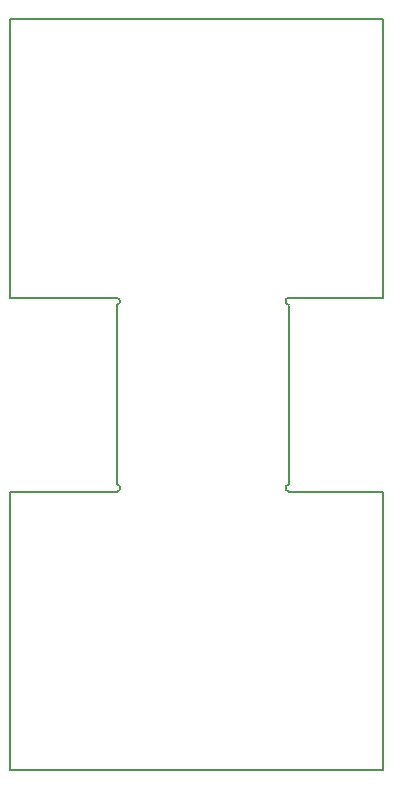
<source format=gbr>
G04 #@! TF.FileFunction,Profile,NP*
%FSLAX46Y46*%
G04 Gerber Fmt 4.6, Leading zero omitted, Abs format (unit mm)*
G04 Created by KiCad (PCBNEW 4.0.2-4+6225~38~ubuntu15.04.1-stable) date 2016年05月17日 13時52分55秒*
%MOMM*%
G01*
G04 APERTURE LIST*
%ADD10C,0.100000*%
%ADD11C,0.150000*%
G04 APERTURE END LIST*
D10*
D11*
X123000000Y-75800000D02*
X123000000Y-90900000D01*
X108400000Y-75700000D02*
X108400000Y-90900000D01*
X123000000Y-90900000D02*
G75*
G03X123000000Y-91500000I0J-300000D01*
G01*
X108400000Y-91500000D02*
G75*
G03X108400000Y-90900000I0J300000D01*
G01*
X123000000Y-75100000D02*
G75*
G03X123000000Y-75700000I0J-300000D01*
G01*
X108400000Y-75700000D02*
G75*
G03X108400000Y-75100000I0J300000D01*
G01*
X131000000Y-75108000D02*
X131000000Y-51508000D01*
X123000000Y-75108000D02*
X131000000Y-75108000D01*
X131000000Y-91508000D02*
X123000000Y-91508000D01*
X131000000Y-115108000D02*
X131000000Y-91508000D01*
X99400000Y-115108000D02*
X131000000Y-115108000D01*
X99400000Y-91508000D02*
X99400000Y-115108000D01*
X108400000Y-91508000D02*
X99400000Y-91508000D01*
X99400000Y-75108000D02*
X108400000Y-75108000D01*
X99400000Y-51508000D02*
X99400000Y-75108000D01*
X131000000Y-51508000D02*
X99400000Y-51508000D01*
M02*

</source>
